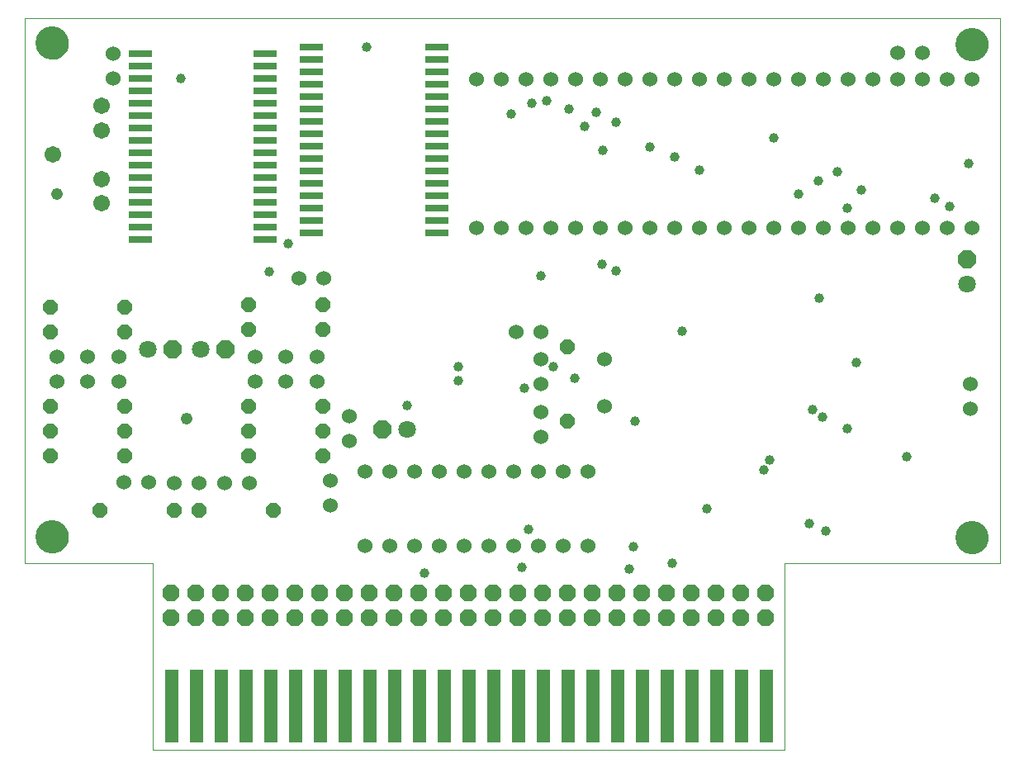
<source format=gbs>
G75*
G70*
%OFA0B0*%
%FSLAX24Y24*%
%IPPOS*%
%LPD*%
%AMOC8*
5,1,8,0,0,1.08239X$1,22.5*
%
%ADD10C,0.0000*%
%ADD11R,0.0580X0.2962*%
%ADD12C,0.1340*%
%ADD13OC8,0.0680*%
%ADD14R,0.0946X0.0316*%
%ADD15C,0.0600*%
%ADD16OC8,0.0600*%
%ADD17OC8,0.0710*%
%ADD18C,0.0710*%
%ADD19C,0.0671*%
%ADD20C,0.0397*%
%ADD21C,0.0476*%
D10*
X006547Y000100D02*
X006547Y007643D01*
X001362Y007643D01*
X001362Y029628D01*
X040733Y029628D01*
X040733Y007643D01*
X032047Y007643D01*
X032047Y000100D01*
X006547Y000100D01*
X001860Y008694D02*
X001862Y008744D01*
X001868Y008794D01*
X001878Y008843D01*
X001892Y008891D01*
X001909Y008938D01*
X001930Y008983D01*
X001955Y009027D01*
X001983Y009068D01*
X002015Y009107D01*
X002049Y009144D01*
X002086Y009178D01*
X002126Y009208D01*
X002168Y009235D01*
X002212Y009259D01*
X002258Y009280D01*
X002305Y009296D01*
X002353Y009309D01*
X002403Y009318D01*
X002452Y009323D01*
X002503Y009324D01*
X002553Y009321D01*
X002602Y009314D01*
X002651Y009303D01*
X002699Y009288D01*
X002745Y009270D01*
X002790Y009248D01*
X002833Y009222D01*
X002874Y009193D01*
X002913Y009161D01*
X002949Y009126D01*
X002981Y009088D01*
X003011Y009048D01*
X003038Y009005D01*
X003061Y008961D01*
X003080Y008915D01*
X003096Y008867D01*
X003108Y008818D01*
X003116Y008769D01*
X003120Y008719D01*
X003120Y008669D01*
X003116Y008619D01*
X003108Y008570D01*
X003096Y008521D01*
X003080Y008473D01*
X003061Y008427D01*
X003038Y008383D01*
X003011Y008340D01*
X002981Y008300D01*
X002949Y008262D01*
X002913Y008227D01*
X002874Y008195D01*
X002833Y008166D01*
X002790Y008140D01*
X002745Y008118D01*
X002699Y008100D01*
X002651Y008085D01*
X002602Y008074D01*
X002553Y008067D01*
X002503Y008064D01*
X002452Y008065D01*
X002403Y008070D01*
X002353Y008079D01*
X002305Y008092D01*
X002258Y008108D01*
X002212Y008129D01*
X002168Y008153D01*
X002126Y008180D01*
X002086Y008210D01*
X002049Y008244D01*
X002015Y008281D01*
X001983Y008320D01*
X001955Y008361D01*
X001930Y008405D01*
X001909Y008450D01*
X001892Y008497D01*
X001878Y008545D01*
X001868Y008594D01*
X001862Y008644D01*
X001860Y008694D01*
X001860Y028616D02*
X001862Y028666D01*
X001868Y028716D01*
X001878Y028765D01*
X001892Y028813D01*
X001909Y028860D01*
X001930Y028905D01*
X001955Y028949D01*
X001983Y028990D01*
X002015Y029029D01*
X002049Y029066D01*
X002086Y029100D01*
X002126Y029130D01*
X002168Y029157D01*
X002212Y029181D01*
X002258Y029202D01*
X002305Y029218D01*
X002353Y029231D01*
X002403Y029240D01*
X002452Y029245D01*
X002503Y029246D01*
X002553Y029243D01*
X002602Y029236D01*
X002651Y029225D01*
X002699Y029210D01*
X002745Y029192D01*
X002790Y029170D01*
X002833Y029144D01*
X002874Y029115D01*
X002913Y029083D01*
X002949Y029048D01*
X002981Y029010D01*
X003011Y028970D01*
X003038Y028927D01*
X003061Y028883D01*
X003080Y028837D01*
X003096Y028789D01*
X003108Y028740D01*
X003116Y028691D01*
X003120Y028641D01*
X003120Y028591D01*
X003116Y028541D01*
X003108Y028492D01*
X003096Y028443D01*
X003080Y028395D01*
X003061Y028349D01*
X003038Y028305D01*
X003011Y028262D01*
X002981Y028222D01*
X002949Y028184D01*
X002913Y028149D01*
X002874Y028117D01*
X002833Y028088D01*
X002790Y028062D01*
X002745Y028040D01*
X002699Y028022D01*
X002651Y028007D01*
X002602Y027996D01*
X002553Y027989D01*
X002503Y027986D01*
X002452Y027987D01*
X002403Y027992D01*
X002353Y028001D01*
X002305Y028014D01*
X002258Y028030D01*
X002212Y028051D01*
X002168Y028075D01*
X002126Y028102D01*
X002086Y028132D01*
X002049Y028166D01*
X002015Y028203D01*
X001983Y028242D01*
X001955Y028283D01*
X001930Y028327D01*
X001909Y028372D01*
X001892Y028419D01*
X001878Y028467D01*
X001868Y028516D01*
X001862Y028566D01*
X001860Y028616D01*
X038986Y028576D02*
X038988Y028626D01*
X038994Y028676D01*
X039004Y028725D01*
X039018Y028773D01*
X039035Y028820D01*
X039056Y028865D01*
X039081Y028909D01*
X039109Y028950D01*
X039141Y028989D01*
X039175Y029026D01*
X039212Y029060D01*
X039252Y029090D01*
X039294Y029117D01*
X039338Y029141D01*
X039384Y029162D01*
X039431Y029178D01*
X039479Y029191D01*
X039529Y029200D01*
X039578Y029205D01*
X039629Y029206D01*
X039679Y029203D01*
X039728Y029196D01*
X039777Y029185D01*
X039825Y029170D01*
X039871Y029152D01*
X039916Y029130D01*
X039959Y029104D01*
X040000Y029075D01*
X040039Y029043D01*
X040075Y029008D01*
X040107Y028970D01*
X040137Y028930D01*
X040164Y028887D01*
X040187Y028843D01*
X040206Y028797D01*
X040222Y028749D01*
X040234Y028700D01*
X040242Y028651D01*
X040246Y028601D01*
X040246Y028551D01*
X040242Y028501D01*
X040234Y028452D01*
X040222Y028403D01*
X040206Y028355D01*
X040187Y028309D01*
X040164Y028265D01*
X040137Y028222D01*
X040107Y028182D01*
X040075Y028144D01*
X040039Y028109D01*
X040000Y028077D01*
X039959Y028048D01*
X039916Y028022D01*
X039871Y028000D01*
X039825Y027982D01*
X039777Y027967D01*
X039728Y027956D01*
X039679Y027949D01*
X039629Y027946D01*
X039578Y027947D01*
X039529Y027952D01*
X039479Y027961D01*
X039431Y027974D01*
X039384Y027990D01*
X039338Y028011D01*
X039294Y028035D01*
X039252Y028062D01*
X039212Y028092D01*
X039175Y028126D01*
X039141Y028163D01*
X039109Y028202D01*
X039081Y028243D01*
X039056Y028287D01*
X039035Y028332D01*
X039018Y028379D01*
X039004Y028427D01*
X038994Y028476D01*
X038988Y028526D01*
X038986Y028576D01*
X038986Y008655D02*
X038988Y008705D01*
X038994Y008755D01*
X039004Y008804D01*
X039018Y008852D01*
X039035Y008899D01*
X039056Y008944D01*
X039081Y008988D01*
X039109Y009029D01*
X039141Y009068D01*
X039175Y009105D01*
X039212Y009139D01*
X039252Y009169D01*
X039294Y009196D01*
X039338Y009220D01*
X039384Y009241D01*
X039431Y009257D01*
X039479Y009270D01*
X039529Y009279D01*
X039578Y009284D01*
X039629Y009285D01*
X039679Y009282D01*
X039728Y009275D01*
X039777Y009264D01*
X039825Y009249D01*
X039871Y009231D01*
X039916Y009209D01*
X039959Y009183D01*
X040000Y009154D01*
X040039Y009122D01*
X040075Y009087D01*
X040107Y009049D01*
X040137Y009009D01*
X040164Y008966D01*
X040187Y008922D01*
X040206Y008876D01*
X040222Y008828D01*
X040234Y008779D01*
X040242Y008730D01*
X040246Y008680D01*
X040246Y008630D01*
X040242Y008580D01*
X040234Y008531D01*
X040222Y008482D01*
X040206Y008434D01*
X040187Y008388D01*
X040164Y008344D01*
X040137Y008301D01*
X040107Y008261D01*
X040075Y008223D01*
X040039Y008188D01*
X040000Y008156D01*
X039959Y008127D01*
X039916Y008101D01*
X039871Y008079D01*
X039825Y008061D01*
X039777Y008046D01*
X039728Y008035D01*
X039679Y008028D01*
X039629Y008025D01*
X039578Y008026D01*
X039529Y008031D01*
X039479Y008040D01*
X039431Y008053D01*
X039384Y008069D01*
X039338Y008090D01*
X039294Y008114D01*
X039252Y008141D01*
X039212Y008171D01*
X039175Y008205D01*
X039141Y008242D01*
X039109Y008281D01*
X039081Y008322D01*
X039056Y008366D01*
X039035Y008411D01*
X039018Y008458D01*
X039004Y008506D01*
X038994Y008555D01*
X038988Y008605D01*
X038986Y008655D01*
D11*
X031297Y001859D03*
X030297Y001859D03*
X029297Y001859D03*
X028297Y001859D03*
X027297Y001859D03*
X026297Y001859D03*
X025297Y001859D03*
X024297Y001859D03*
X023297Y001859D03*
X022297Y001859D03*
X021297Y001859D03*
X020297Y001859D03*
X019297Y001859D03*
X018297Y001859D03*
X017297Y001859D03*
X016297Y001859D03*
X015297Y001859D03*
X014297Y001859D03*
X013297Y001859D03*
X012297Y001859D03*
X011297Y001859D03*
X010297Y001859D03*
X009297Y001859D03*
X008297Y001859D03*
X007297Y001859D03*
D12*
X002490Y008694D03*
X002490Y028616D03*
X039616Y028576D03*
X039616Y008655D03*
D13*
X031290Y006431D03*
X030290Y006431D03*
X030290Y005431D03*
X031290Y005431D03*
X029290Y005431D03*
X028290Y005431D03*
X028290Y006431D03*
X029290Y006431D03*
X027290Y006431D03*
X026290Y006431D03*
X026290Y005431D03*
X027290Y005431D03*
X025290Y005431D03*
X024290Y005431D03*
X023290Y005431D03*
X023290Y006431D03*
X024290Y006431D03*
X025290Y006431D03*
X022290Y006431D03*
X021290Y006431D03*
X021290Y005431D03*
X022290Y005431D03*
X020290Y005431D03*
X019290Y005431D03*
X019290Y006431D03*
X020290Y006431D03*
X018290Y006431D03*
X017290Y006431D03*
X017290Y005431D03*
X018290Y005431D03*
X016290Y005431D03*
X015290Y005431D03*
X015290Y006431D03*
X016290Y006431D03*
X014290Y006431D03*
X013290Y006431D03*
X012290Y006431D03*
X012290Y005431D03*
X013290Y005431D03*
X014290Y005431D03*
X011290Y005431D03*
X010290Y005431D03*
X010290Y006431D03*
X011290Y006431D03*
X009290Y006431D03*
X008290Y006431D03*
X008290Y005431D03*
X009290Y005431D03*
X007290Y005431D03*
X007290Y006431D03*
D14*
X006033Y020706D03*
X006033Y021206D03*
X006033Y021706D03*
X006033Y022206D03*
X006033Y022706D03*
X006033Y023206D03*
X006033Y023706D03*
X006033Y024206D03*
X006033Y024706D03*
X006033Y025206D03*
X006033Y025706D03*
X006033Y026206D03*
X006033Y026706D03*
X006033Y027206D03*
X006033Y027706D03*
X006033Y028206D03*
X011085Y028206D03*
X011085Y027706D03*
X011085Y027206D03*
X011085Y026706D03*
X011085Y026206D03*
X011085Y025706D03*
X011085Y025206D03*
X011085Y024706D03*
X011085Y024206D03*
X011085Y023706D03*
X011085Y023206D03*
X011085Y022706D03*
X011085Y022206D03*
X011085Y021706D03*
X011085Y021206D03*
X011085Y020706D03*
X012951Y020962D03*
X012951Y021462D03*
X012951Y021962D03*
X012951Y022462D03*
X012951Y022962D03*
X012951Y023462D03*
X012951Y023962D03*
X012951Y024462D03*
X012951Y024962D03*
X012951Y025462D03*
X012951Y025962D03*
X012951Y026462D03*
X012951Y026962D03*
X012951Y027462D03*
X012951Y027962D03*
X012951Y028462D03*
X018003Y028462D03*
X018003Y027962D03*
X018003Y027462D03*
X018003Y026962D03*
X018003Y026462D03*
X018003Y025962D03*
X018003Y025462D03*
X018003Y024962D03*
X018003Y024462D03*
X018003Y023962D03*
X018003Y023462D03*
X018003Y022962D03*
X018003Y022462D03*
X018003Y021962D03*
X018003Y021462D03*
X018003Y020962D03*
D15*
X019609Y021163D03*
X020609Y021163D03*
X021609Y021163D03*
X022609Y021163D03*
X023609Y021163D03*
X024609Y021163D03*
X025609Y021163D03*
X026609Y021163D03*
X027609Y021163D03*
X028609Y021163D03*
X029609Y021163D03*
X030609Y021163D03*
X031609Y021163D03*
X032609Y021163D03*
X033609Y021163D03*
X034609Y021163D03*
X035609Y021163D03*
X036609Y021163D03*
X037609Y021163D03*
X038609Y021163D03*
X039609Y021163D03*
X039609Y027163D03*
X038609Y027163D03*
X037609Y027163D03*
X036609Y027163D03*
X035609Y027163D03*
X034609Y027163D03*
X033609Y027163D03*
X032609Y027163D03*
X031609Y027163D03*
X030609Y027163D03*
X029609Y027163D03*
X028609Y027163D03*
X027609Y027163D03*
X026609Y027163D03*
X025609Y027163D03*
X024609Y027163D03*
X023609Y027163D03*
X022609Y027163D03*
X021609Y027163D03*
X020609Y027163D03*
X019609Y027163D03*
X013455Y019139D03*
X012455Y019139D03*
X011927Y015974D03*
X011927Y014974D03*
X013168Y014954D03*
X013168Y015954D03*
X010668Y015974D03*
X010668Y014974D03*
X014486Y013569D03*
X014486Y012569D03*
X015112Y011320D03*
X016112Y011320D03*
X017112Y011320D03*
X018112Y011320D03*
X019112Y011320D03*
X020112Y011320D03*
X021112Y011320D03*
X022112Y011320D03*
X023112Y011320D03*
X024112Y011320D03*
X022223Y012730D03*
X022223Y013730D03*
X022203Y014856D03*
X022203Y015856D03*
X022211Y016970D03*
X021211Y016970D03*
X024764Y015873D03*
X024764Y013973D03*
X024112Y008320D03*
X023112Y008320D03*
X022112Y008320D03*
X021112Y008320D03*
X020112Y008320D03*
X019112Y008320D03*
X018112Y008320D03*
X017112Y008320D03*
X016112Y008320D03*
X015112Y008320D03*
X013719Y009954D03*
X013719Y010954D03*
X010433Y010872D03*
X009433Y010872D03*
X008396Y010876D03*
X007396Y010876D03*
X006368Y010883D03*
X005368Y010883D03*
X005166Y014970D03*
X005166Y015970D03*
X003916Y015970D03*
X003916Y014970D03*
X002666Y014970D03*
X002666Y015970D03*
X004931Y027187D03*
X004931Y028187D03*
X036609Y028234D03*
X037609Y028234D03*
X039549Y014852D03*
X039549Y013852D03*
D16*
X023276Y013372D03*
X023276Y016372D03*
X013416Y017049D03*
X013416Y018053D03*
X010416Y018053D03*
X010416Y017049D03*
X010416Y013970D03*
X010416Y012970D03*
X010416Y011970D03*
X013416Y011970D03*
X013416Y012970D03*
X013416Y013970D03*
X011406Y009773D03*
X008406Y009773D03*
X007398Y009773D03*
X005416Y011970D03*
X005416Y012970D03*
X005416Y013970D03*
X002416Y013970D03*
X002416Y012970D03*
X002416Y011970D03*
X004398Y009773D03*
X005416Y016970D03*
X005416Y017970D03*
X002416Y017970D03*
X002416Y016970D03*
D17*
X007357Y016261D03*
X009475Y016261D03*
X015797Y013031D03*
X039427Y019883D03*
D18*
X039427Y018883D03*
X016797Y013031D03*
X008475Y016261D03*
X006357Y016261D03*
D19*
X004471Y022147D03*
X004471Y023131D03*
X002502Y024116D03*
X004471Y025100D03*
X004471Y026084D03*
D20*
X007671Y027206D03*
X015175Y028462D03*
X021026Y025754D03*
X021849Y026210D03*
X022443Y026301D03*
X023357Y025966D03*
X024443Y025824D03*
X023975Y025265D03*
X024723Y024293D03*
X025231Y025427D03*
X026612Y024443D03*
X027609Y024025D03*
X028609Y023509D03*
X031609Y024801D03*
X033400Y023053D03*
X034187Y023419D03*
X035132Y022706D03*
X034593Y021966D03*
X032609Y022533D03*
X033451Y018340D03*
X034955Y015738D03*
X033168Y013840D03*
X033561Y013525D03*
X034585Y013053D03*
X036990Y011923D03*
X033695Y008919D03*
X033057Y009238D03*
X031199Y011399D03*
X031435Y011793D03*
X028916Y009824D03*
X025939Y008301D03*
X025766Y007383D03*
X027498Y007620D03*
X021699Y009009D03*
X021435Y007462D03*
X017498Y007226D03*
X026002Y013368D03*
X023561Y015100D03*
X022695Y015572D03*
X021538Y014706D03*
X018864Y014994D03*
X018872Y015545D03*
X016813Y013990D03*
X022199Y019242D03*
X024675Y019706D03*
X025238Y019415D03*
X027896Y016994D03*
X038105Y022348D03*
X038727Y022033D03*
X039471Y023777D03*
X012018Y020529D03*
X011258Y019411D03*
D21*
X007896Y013466D03*
X002679Y022537D03*
M02*

</source>
